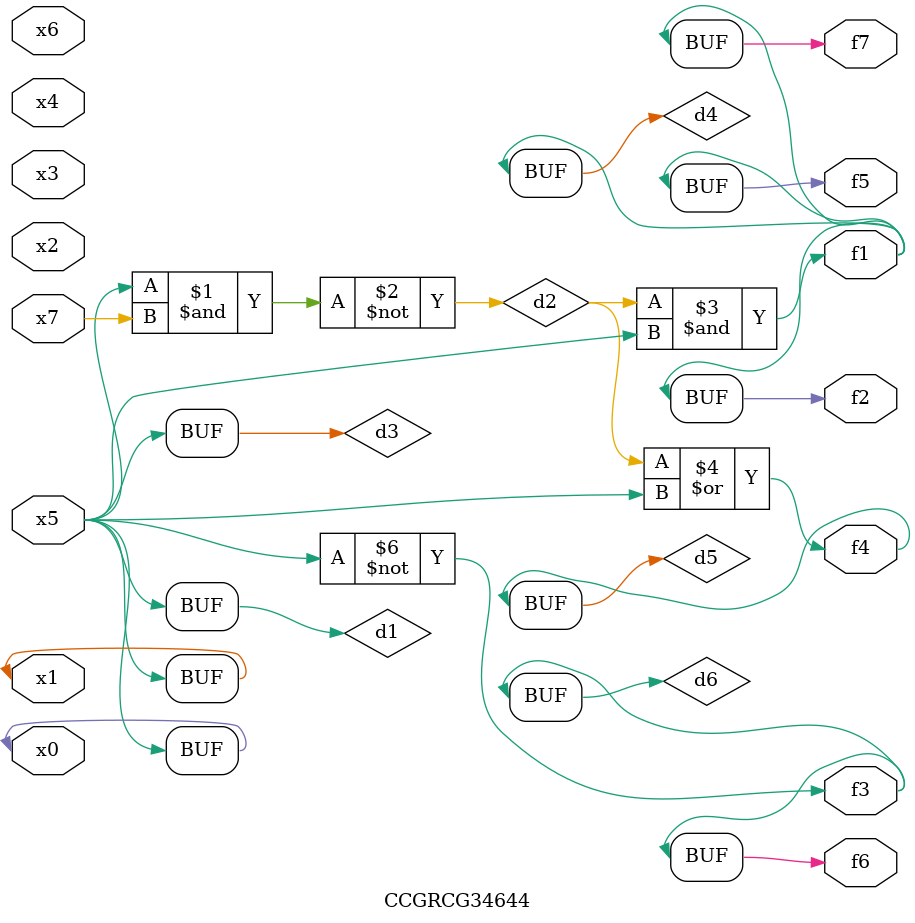
<source format=v>
module CCGRCG34644(
	input x0, x1, x2, x3, x4, x5, x6, x7,
	output f1, f2, f3, f4, f5, f6, f7
);

	wire d1, d2, d3, d4, d5, d6;

	buf (d1, x0, x5);
	nand (d2, x5, x7);
	buf (d3, x0, x1);
	and (d4, d2, d3);
	or (d5, d2, d3);
	nor (d6, d1, d3);
	assign f1 = d4;
	assign f2 = d4;
	assign f3 = d6;
	assign f4 = d5;
	assign f5 = d4;
	assign f6 = d6;
	assign f7 = d4;
endmodule

</source>
